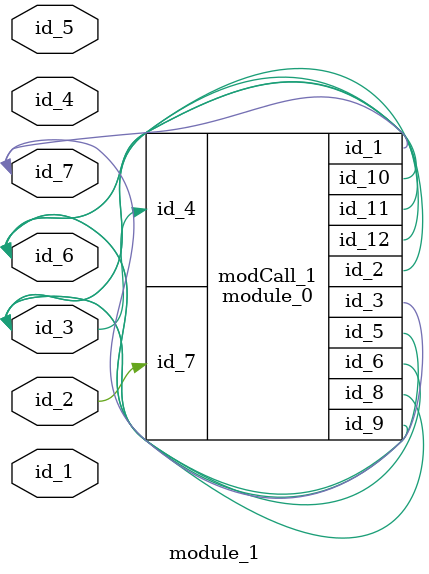
<source format=v>
module module_0 (
    id_1,
    id_2,
    id_3,
    id_4,
    id_5,
    id_6,
    id_7,
    id_8,
    id_9,
    id_10,
    id_11,
    id_12
);
  inout wire id_12;
  output wire id_11;
  inout wire id_10;
  inout wire id_9;
  inout wor id_8;
  input wire id_7;
  output wire id_6;
  output wire id_5;
  input wire id_4;
  inout wire id_3;
  inout wire id_2;
  inout wire id_1;
  assign id_8 = -1;
endmodule
module module_1 (
    id_1,
    id_2,
    id_3,
    id_4,
    id_5,
    id_6,
    id_7
);
  inout wire id_7;
  inout wire id_6;
  module_0 modCall_1 (
      id_7,
      id_6,
      id_7,
      id_3,
      id_6,
      id_3,
      id_2,
      id_6,
      id_3,
      id_6,
      id_3,
      id_3
  );
  input wire id_5;
  input wire id_4;
  inout wire id_3;
  input wire id_2;
  input wire id_1;
  parameter id_8 = 1;
  wire id_9, id_10;
  localparam id_11 = -1, id_12 = -1'b0, id_13 = -1;
endmodule

</source>
